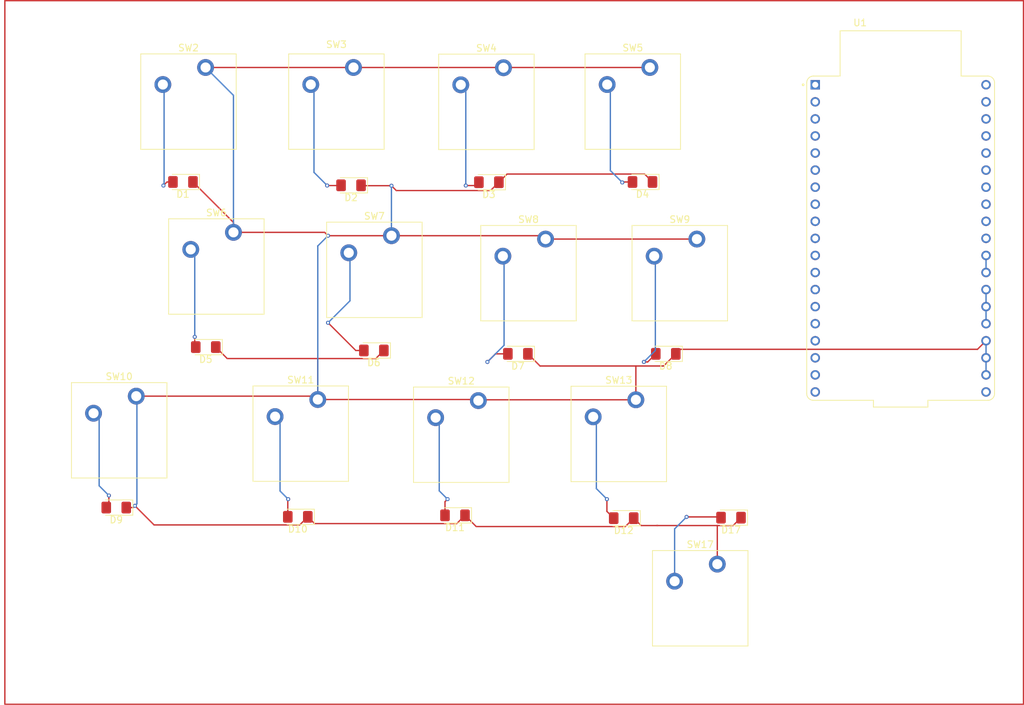
<source format=kicad_pcb>
(kicad_pcb (version 20241229) (generator "pcbnew") (generator_version "9.0")
  (layers (0 "F.Cu" signal) (2 "B.Cu" signal) (13 "F.Paste" user) (15 "B.Paste" user) (5 "F.SilkS" user "F.Silkscreen") (7 "B.SilkS" user "B.Silkscreen") (1 "F.Mask" user) (3 "B.Mask" user) (25 "Edge.Cuts" user))
  (net 0 "")
  (net 1 "Net-(D1-A)")
  (net 2 "m1")
  (net 3 "Net-(D2-A)")
  (net 4 "Net-(D3-A)")
  (net 5 "Net-(D4-A)")
  (net 6 "Net-(D5-A)")
  (net 7 "Net-(D6-A)")
  (net 8 "Net-(D7-A)")
  (net 9 "Net-(D8-A)")
  (net 10 "Net-(D9-A)")
  (net 11 "Net-(D10-A)")
  (net 12 "Net-(D11-A)")
  (net 13 "Net-(D12-A)")
  (net 14 "Net-(D17-A)")
  (net 43 "+5V")
  (net 44 "GND")
  (footprint "PCM_Switch_Keyboard_Cherry_MX:SW_Cherry_MX_PCB_1.00u" (layer "F.Cu") (at 88.5 96.96)
    (property "Reference" "SW11" (at 0 -8 0) (layer "F.SilkS"))
    (property "Value" "SW_Push")
    (fp_line (start -7.1 -7.1) (end -7.1 7.1) (stroke (width 0.12)) (layer "F.SilkS"))
    (fp_line (start -7.1 7.1) (end 7.1 7.1) (stroke (width 0.12)) (layer "F.SilkS"))
    (fp_line (start 7.1 -7.1) (end -7.1 -7.1) (stroke (width 0.12)) (layer "F.SilkS"))
    (fp_line (start 7.1 7.1) (end 7.1 -7.1) (stroke (width 0.12)) (layer "F.SilkS"))
    (pad "" np_thru_hole circle (at -5.08 0) (size 1.75 1.75) (drill 1.75) (layers "*.Cu" "*.Mask"))
    (pad "" np_thru_hole circle (at 0 0) (size 4 4) (drill 4) (layers "*.Cu" "*.Mask"))
    (pad "" np_thru_hole circle (at 5.08 0) (size 1.75 1.75) (drill 1.75) (layers "*.Cu" "*.Mask"))
    (pad "1" thru_hole circle (at -3.81 -2.54) (size 2.5 2.5) (drill 1.5) (layers "*.Cu" "*.Mask") (net 11 "Net-(D10-A)"))
    (pad "2" thru_hole circle (at 2.54 -5.08) (size 2.5 2.5) (drill 1.5) (layers "*.Cu" "*.Mask") (net 2 "m1"))
  )
  (footprint "Diode_SMD:D_1206_3216Metric_Pad1.42x1.75mm_HandSolder" (layer "F.Cu") (at 74.38 84.08 180)
    (property "Reference" "D5" (at 0 -1.83 180) (layer "F.SilkS"))
    (property "Value" "1N4148WT")
    (fp_line (start 1.6 -1.135) (end -2.46 -1.135) (stroke (width 0.12)) (layer "F.SilkS"))
    (fp_line (start -2.46 1.135) (end 1.6 1.135) (stroke (width 0.12)) (layer "F.SilkS"))
    (fp_line (start -2.46 -1.135) (end -2.46 1.135) (stroke (width 0.12)) (layer "F.SilkS"))
    (pad "1" smd roundrect (at -1.4875 0 180) (size 1.425 1.75) (layers "F.Cu" "F.Mask" "F.Paste") (roundrect_rratio 0.175439) (net 2 "m1"))
    (pad "2" smd roundrect (at 1.4875 0 180) (size 1.425 1.75) (layers "F.Cu" "F.Mask" "F.Paste") (roundrect_rratio 0.175439) (net 6 "Net-(D5-A)"))
  )
  (footprint "Diode_SMD:D_1206_3216Metric_Pad1.42x1.75mm_HandSolder" (layer "F.Cu") (at 152.5 109.46 180)
    (property "Reference" "D17" (at 0 -1.83 180) (layer "F.SilkS"))
    (property "Value" "1N4148WT")
    (fp_line (start 1.6 -1.135) (end -2.46 -1.135) (stroke (width 0.12)) (layer "F.SilkS"))
    (fp_line (start -2.46 1.135) (end 1.6 1.135) (stroke (width 0.12)) (layer "F.SilkS"))
    (fp_line (start -2.46 -1.135) (end -2.46 1.135) (stroke (width 0.12)) (layer "F.SilkS"))
    (pad "1" smd roundrect (at -1.4875 0 180) (size 1.425 1.75) (layers "F.Cu" "F.Mask" "F.Paste") (roundrect_rratio 0.175439) (net 2 "m1"))
    (pad "2" smd roundrect (at 1.4875 0 180) (size 1.425 1.75) (layers "F.Cu" "F.Mask" "F.Paste") (roundrect_rratio 0.175439) (net 14 "Net-(D17-A)"))
  )
  (footprint "Diode_SMD:D_1206_3216Metric_Pad1.42x1.75mm_HandSolder" (layer "F.Cu") (at 139.3375 59.5 180)
    (property "Reference" "D4" (at 0 -1.83 180) (layer "F.SilkS"))
    (property "Value" "1N4148WT")
    (fp_line (start 1.6 -1.135) (end -2.46 -1.135) (stroke (width 0.12)) (layer "F.SilkS"))
    (fp_line (start -2.46 1.135) (end 1.6 1.135) (stroke (width 0.12)) (layer "F.SilkS"))
    (fp_line (start -2.46 -1.135) (end -2.46 1.135) (stroke (width 0.12)) (layer "F.SilkS"))
    (pad "1" smd roundrect (at -1.4875 0 180) (size 1.425 1.75) (layers "F.Cu" "F.Mask" "F.Paste") (roundrect_rratio 0.175439) (net 2 "m1"))
    (pad "2" smd roundrect (at 1.4875 0 180) (size 1.425 1.75) (layers "F.Cu" "F.Mask" "F.Paste") (roundrect_rratio 0.175439) (net 5 "Net-(D4-A)"))
  )
  (footprint "Diode_SMD:D_1206_3216Metric_Pad1.42x1.75mm_HandSolder" (layer "F.Cu") (at 136.54 109.54 180)
    (property "Reference" "D12" (at 0 -1.83 180) (layer "F.SilkS"))
    (property "Value" "1N4148WT")
    (fp_line (start 1.6 -1.135) (end -2.46 -1.135) (stroke (width 0.12)) (layer "F.SilkS"))
    (fp_line (start -2.46 1.135) (end 1.6 1.135) (stroke (width 0.12)) (layer "F.SilkS"))
    (fp_line (start -2.46 -1.135) (end -2.46 1.135) (stroke (width 0.12)) (layer "F.SilkS"))
    (pad "1" smd roundrect (at -1.4875 0 180) (size 1.425 1.75) (layers "F.Cu" "F.Mask" "F.Paste") (roundrect_rratio 0.175439) (net 2 "m1"))
    (pad "2" smd roundrect (at 1.4875 0 180) (size 1.425 1.75) (layers "F.Cu" "F.Mask" "F.Paste") (roundrect_rratio 0.175439) (net 13 "Net-(D12-A)"))
  )
  (footprint "PCM_Switch_Keyboard_Cherry_MX:SW_Cherry_MX_PCB_1.00u" (layer "F.Cu") (at 75.96 72.08)
    (property "Reference" "SW6" (at 0 -8 0) (layer "F.SilkS"))
    (property "Value" "SW_Push")
    (fp_line (start -7.1 -7.1) (end -7.1 7.1) (stroke (width 0.12)) (layer "F.SilkS"))
    (fp_line (start -7.1 7.1) (end 7.1 7.1) (stroke (width 0.12)) (layer "F.SilkS"))
    (fp_line (start 7.1 -7.1) (end -7.1 -7.1) (stroke (width 0.12)) (layer "F.SilkS"))
    (fp_line (start 7.1 7.1) (end 7.1 -7.1) (stroke (width 0.12)) (layer "F.SilkS"))
    (pad "" np_thru_hole circle (at -5.08 0) (size 1.75 1.75) (drill 1.75) (layers "*.Cu" "*.Mask"))
    (pad "" np_thru_hole circle (at 0 0) (size 4 4) (drill 4) (layers "*.Cu" "*.Mask"))
    (pad "" np_thru_hole circle (at 5.08 0) (size 1.75 1.75) (drill 1.75) (layers "*.Cu" "*.Mask"))
    (pad "1" thru_hole circle (at -3.81 -2.54) (size 2.5 2.5) (drill 1.5) (layers "*.Cu" "*.Mask") (net 6 "Net-(D5-A)"))
    (pad "2" thru_hole circle (at 2.54 -5.08) (size 2.5 2.5) (drill 1.5) (layers "*.Cu" "*.Mask") (net 2 "m1"))
  )
  (footprint "PCM_Switch_Keyboard_Cherry_MX:SW_Cherry_MX_PCB_1.00u" (layer "F.Cu") (at 144.88 73.08)
    (property "Reference" "SW9" (at 0 -8 0) (layer "F.SilkS"))
    (property "Value" "SW_Push")
    (fp_line (start -7.1 -7.1) (end -7.1 7.1) (stroke (width 0.12)) (layer "F.SilkS"))
    (fp_line (start -7.1 7.1) (end 7.1 7.1) (stroke (width 0.12)) (layer "F.SilkS"))
    (fp_line (start 7.1 -7.1) (end -7.1 -7.1) (stroke (width 0.12)) (layer "F.SilkS"))
    (fp_line (start 7.1 7.1) (end 7.1 -7.1) (stroke (width 0.12)) (layer "F.SilkS"))
    (pad "" np_thru_hole circle (at -5.08 0) (size 1.75 1.75) (drill 1.75) (layers "*.Cu" "*.Mask"))
    (pad "" np_thru_hole circle (at 0 0) (size 4 4) (drill 4) (layers "*.Cu" "*.Mask"))
    (pad "" np_thru_hole circle (at 5.08 0) (size 1.75 1.75) (drill 1.75) (layers "*.Cu" "*.Mask"))
    (pad "1" thru_hole circle (at -3.81 -2.54) (size 2.5 2.5) (drill 1.5) (layers "*.Cu" "*.Mask") (net 9 "Net-(D8-A)"))
    (pad "2" thru_hole circle (at 2.54 -5.08) (size 2.5 2.5) (drill 1.5) (layers "*.Cu" "*.Mask") (net 2 "m1"))
  )
  (footprint "PCM_Switch_Keyboard_Cherry_MX:SW_Cherry_MX_PCB_1.00u" (layer "F.Cu") (at 99.46 72.58)
    (property "Reference" "SW7" (at 0 -8 0) (layer "F.SilkS"))
    (property "Value" "SW_Push")
    (fp_line (start -7.1 -7.1) (end -7.1 7.1) (stroke (width 0.12)) (layer "F.SilkS"))
    (fp_line (start -7.1 7.1) (end 7.1 7.1) (stroke (width 0.12)) (layer "F.SilkS"))
    (fp_line (start 7.1 -7.1) (end -7.1 -7.1) (stroke (width 0.12)) (layer "F.SilkS"))
    (fp_line (start 7.1 7.1) (end 7.1 -7.1) (stroke (width 0.12)) (layer "F.SilkS"))
    (pad "" np_thru_hole circle (at -5.08 0) (size 1.75 1.75) (drill 1.75) (layers "*.Cu" "*.Mask"))
    (pad "" np_thru_hole circle (at 0 0) (size 4 4) (drill 4) (layers "*.Cu" "*.Mask"))
    (pad "" np_thru_hole circle (at 5.08 0) (size 1.75 1.75) (drill 1.75) (layers "*.Cu" "*.Mask"))
    (pad "1" thru_hole circle (at -3.81 -2.54) (size 2.5 2.5) (drill 1.5) (layers "*.Cu" "*.Mask") (net 7 "Net-(D6-A)"))
    (pad "2" thru_hole circle (at 2.54 -5.08) (size 2.5 2.5) (drill 1.5) (layers "*.Cu" "*.Mask") (net 2 "m1"))
  )
  (footprint "PCM_Switch_Keyboard_Cherry_MX:SW_Cherry_MX_PCB_1.00u" (layer "F.Cu") (at 137.89 47.54)
    (property "Reference" "SW5" (at 0 -8 0) (layer "F.SilkS"))
    (property "Value" "SW_Push")
    (fp_line (start -7.1 -7.1) (end -7.1 7.1) (stroke (width 0.12)) (layer "F.SilkS"))
    (fp_line (start -7.1 7.1) (end 7.1 7.1) (stroke (width 0.12)) (layer "F.SilkS"))
    (fp_line (start 7.1 -7.1) (end -7.1 -7.1) (stroke (width 0.12)) (layer "F.SilkS"))
    (fp_line (start 7.1 7.1) (end 7.1 -7.1) (stroke (width 0.12)) (layer "F.SilkS"))
    (pad "" np_thru_hole circle (at -5.08 0) (size 1.75 1.75) (drill 1.75) (layers "*.Cu" "*.Mask"))
    (pad "" np_thru_hole circle (at 0 0) (size 4 4) (drill 4) (layers "*.Cu" "*.Mask"))
    (pad "" np_thru_hole circle (at 5.08 0) (size 1.75 1.75) (drill 1.75) (layers "*.Cu" "*.Mask"))
    (pad "1" thru_hole circle (at -3.81 -2.54) (size 2.5 2.5) (drill 1.5) (layers "*.Cu" "*.Mask") (net 5 "Net-(D4-A)"))
    (pad "2" thru_hole circle (at 2.54 -5.08) (size 2.5 2.5) (drill 1.5) (layers "*.Cu" "*.Mask") (net 2 "m1"))
  )
  (footprint "Diode_SMD:D_1206_3216Metric_Pad1.42x1.75mm_HandSolder" (layer "F.Cu") (at 142.8 85.08 180)
    (property "Reference" "D8" (at 0 -1.83 180) (layer "F.SilkS"))
    (property "Value" "1N4148WT")
    (fp_line (start 1.6 -1.135) (end -2.46 -1.135) (stroke (width 0.12)) (layer "F.SilkS"))
    (fp_line (start -2.46 1.135) (end 1.6 1.135) (stroke (width 0.12)) (layer "F.SilkS"))
    (fp_line (start -2.46 -1.135) (end -2.46 1.135) (stroke (width 0.12)) (layer "F.SilkS"))
    (pad "1" smd roundrect (at -1.4875 0 180) (size 1.425 1.75) (layers "F.Cu" "F.Mask" "F.Paste") (roundrect_rratio 0.175439) (net 2 "m1"))
    (pad "2" smd roundrect (at 1.4875 0 180) (size 1.425 1.75) (layers "F.Cu" "F.Mask" "F.Paste") (roundrect_rratio 0.175439) (net 9 "Net-(D8-A)"))
  )
  (footprint "Diode_SMD:D_1206_3216Metric_Pad1.42x1.75mm_HandSolder" (layer "F.Cu") (at 95.9875 60 180)
    (property "Reference" "D2" (at 0 -1.83 180) (layer "F.SilkS"))
    (property "Value" "1N4148WT")
    (fp_line (start 1.6 -1.135) (end -2.46 -1.135) (stroke (width 0.12)) (layer "F.SilkS"))
    (fp_line (start -2.46 1.135) (end 1.6 1.135) (stroke (width 0.12)) (layer "F.SilkS"))
    (fp_line (start -2.46 -1.135) (end -2.46 1.135) (stroke (width 0.12)) (layer "F.SilkS"))
    (pad "1" smd roundrect (at -1.4875 0 180) (size 1.425 1.75) (layers "F.Cu" "F.Mask" "F.Paste") (roundrect_rratio 0.175439) (net 2 "m1"))
    (pad "2" smd roundrect (at 1.4875 0 180) (size 1.425 1.75) (layers "F.Cu" "F.Mask" "F.Paste") (roundrect_rratio 0.175439) (net 3 "Net-(D2-A)"))
  )
  (footprint "PCM_Switch_Keyboard_Cherry_MX:SW_Cherry_MX_PCB_1.00u" (layer "F.Cu") (at 116.12 47.58)
    (property "Reference" "SW4" (at 0 -8 0) (layer "F.SilkS"))
    (property "Value" "SW_Push")
    (fp_line (start -7.1 -7.1) (end -7.1 7.1) (stroke (width 0.12)) (layer "F.SilkS"))
    (fp_line (start -7.1 7.1) (end 7.1 7.1) (stroke (width 0.12)) (layer "F.SilkS"))
    (fp_line (start 7.1 -7.1) (end -7.1 -7.1) (stroke (width 0.12)) (layer "F.SilkS"))
    (fp_line (start 7.1 7.1) (end 7.1 -7.1) (stroke (width 0.12)) (layer "F.SilkS"))
    (pad "" np_thru_hole circle (at -5.08 0) (size 1.75 1.75) (drill 1.75) (layers "*.Cu" "*.Mask"))
    (pad "" np_thru_hole circle (at 0 0) (size 4 4) (drill 4) (layers "*.Cu" "*.Mask"))
    (pad "" np_thru_hole circle (at 5.08 0) (size 1.75 1.75) (drill 1.75) (layers "*.Cu" "*.Mask"))
    (pad "1" thru_hole circle (at -3.81 -2.54) (size 2.5 2.5) (drill 1.5) (layers "*.Cu" "*.Mask") (net 4 "Net-(D3-A)"))
    (pad "2" thru_hole circle (at 2.54 -5.08) (size 2.5 2.5) (drill 1.5) (layers "*.Cu" "*.Mask") (net 2 "m1"))
  )
  (footprint "PCM_Switch_Keyboard_Cherry_MX:SW_Cherry_MX_PCB_2.00u" (layer "F.Cu") (at 147.92 121.46)
    (property "Reference" "SW17" (at 0 -8 0) (layer "F.SilkS"))
    (property "Value" "SW_Push")
    (fp_line (start -7.1 -7.1) (end -7.1 7.1) (stroke (width 0.12)) (layer "F.SilkS"))
    (fp_line (start -7.1 7.1) (end 7.1 7.1) (stroke (width 0.12)) (layer "F.SilkS"))
    (fp_line (start 7.1 -7.1) (end -7.1 -7.1) (stroke (width 0.12)) (layer "F.SilkS"))
    (fp_line (start 7.1 7.1) (end 7.1 -7.1) (stroke (width 0.12)) (layer "F.SilkS"))
    (pad "" np_thru_hole circle (at -5.08 0) (size 1.75 1.75) (drill 1.75) (layers "*.Cu" "*.Mask"))
    (pad "" np_thru_hole circle (at 0 0) (size 4 4) (drill 4) (layers "*.Cu" "*.Mask"))
    (pad "" np_thru_hole circle (at 5.08 0) (size 1.75 1.75) (drill 1.75) (layers "*.Cu" "*.Mask"))
    (pad "1" thru_hole circle (at -3.81 -2.54) (size 2.5 2.5) (drill 1.5) (layers "*.Cu" "*.Mask") (net 14 "Net-(D17-A)"))
    (pad "2" thru_hole circle (at 2.54 -5.08) (size 2.5 2.5) (drill 1.5) (layers "*.Cu" "*.Mask") (net 2 "m1"))
  )
  (footprint "PCM_Switch_Keyboard_Cherry_MX:SW_Cherry_MX_PCB_1.00u" (layer "F.Cu") (at 93.81 47.54)
    (property "Reference" "SW3" (at 0 -8.5 0) (layer "F.SilkS"))
    (property "Value" "SW_Push")
    (fp_line (start -7.1 -7.1) (end -7.1 7.1) (stroke (width 0.12)) (layer "F.SilkS"))
    (fp_line (start -7.1 7.1) (end 7.1 7.1) (stroke (width 0.12)) (layer "F.SilkS"))
    (fp_line (start 7.1 -7.1) (end -7.1 -7.1) (stroke (width 0.12)) (layer "F.SilkS"))
    (fp_line (start 7.1 7.1) (end 7.1 -7.1) (stroke (width 0.12)) (layer "F.SilkS"))
    (pad "" np_thru_hole circle (at -5.08 0) (size 1.75 1.75) (drill 1.75) (layers "*.Cu" "*.Mask"))
    (pad "" np_thru_hole circle (at 0 0) (size 4 4) (drill 4) (layers "*.Cu" "*.Mask"))
    (pad "" np_thru_hole circle (at 5.08 0) (size 1.75 1.75) (drill 1.75) (layers "*.Cu" "*.Mask"))
    (pad "1" thru_hole circle (at -3.81 -2.54) (size 2.5 2.5) (drill 1.5) (layers "*.Cu" "*.Mask") (net 3 "Net-(D2-A)"))
    (pad "2" thru_hole circle (at 2.54 -5.08) (size 2.5 2.5) (drill 1.5) (layers "*.Cu" "*.Mask") (net 2 "m1"))
  )
  (footprint "PCM_Switch_Keyboard_Cherry_MX:SW_Cherry_MX_PCB_1.00u" (layer "F.Cu") (at 122.38 73.08)
    (property "Reference" "SW8" (at 0 -8 0) (layer "F.SilkS"))
    (property "Value" "SW_Push")
    (fp_line (start -7.1 -7.1) (end -7.1 7.1) (stroke (width 0.12)) (layer "F.SilkS"))
    (fp_line (start -7.1 7.1) (end 7.1 7.1) (stroke (width 0.12)) (layer "F.SilkS"))
    (fp_line (start 7.1 -7.1) (end -7.1 -7.1) (stroke (width 0.12)) (layer "F.SilkS"))
    (fp_line (start 7.1 7.1) (end 7.1 -7.1) (stroke (width 0.12)) (layer "F.SilkS"))
    (pad "" np_thru_hole circle (at -5.08 0) (size 1.75 1.75) (drill 1.75) (layers "*.Cu" "*.Mask"))
    (pad "" np_thru_hole circle (at 0 0) (size 4 4) (drill 4) (layers "*.Cu" "*.Mask"))
    (pad "" np_thru_hole circle (at 5.08 0) (size 1.75 1.75) (drill 1.75) (layers "*.Cu" "*.Mask"))
    (pad "1" thru_hole circle (at -3.81 -2.54) (size 2.5 2.5) (drill 1.5) (layers "*.Cu" "*.Mask") (net 8 "Net-(D7-A)"))
    (pad "2" thru_hole circle (at 2.54 -5.08) (size 2.5 2.5) (drill 1.5) (layers "*.Cu" "*.Mask") (net 2 "m1"))
  )
  (footprint "PCM_Switch_Keyboard_Cherry_MX:SW_Cherry_MX_PCB_1.00u" (layer "F.Cu") (at 112.38 97.12)
    (property "Reference" "SW12" (at 0 -8 0) (layer "F.SilkS"))
    (property "Value" "SW_Push")
    (fp_line (start -7.1 -7.1) (end -7.1 7.1) (stroke (width 0.12)) (layer "F.SilkS"))
    (fp_line (start -7.1 7.1) (end 7.1 7.1) (stroke (width 0.12)) (layer "F.SilkS"))
    (fp_line (start 7.1 -7.1) (end -7.1 -7.1) (stroke (width 0.12)) (layer "F.SilkS"))
    (fp_line (start 7.1 7.1) (end 7.1 -7.1) (stroke (width 0.12)) (layer "F.SilkS"))
    (pad "" np_thru_hole circle (at -5.08 0) (size 1.75 1.75) (drill 1.75) (layers "*.Cu" "*.Mask"))
    (pad "" np_thru_hole circle (at 0 0) (size 4 4) (drill 4) (layers "*.Cu" "*.Mask"))
    (pad "" np_thru_hole circle (at 5.08 0) (size 1.75 1.75) (drill 1.75) (layers "*.Cu" "*.Mask"))
    (pad "1" thru_hole circle (at -3.81 -2.54) (size 2.5 2.5) (drill 1.5) (layers "*.Cu" "*.Mask") (net 12 "Net-(D11-A)"))
    (pad "2" thru_hole circle (at 2.54 -5.08) (size 2.5 2.5) (drill 1.5) (layers "*.Cu" "*.Mask") (net 2 "m1"))
  )
  (footprint "Diode_SMD:D_1206_3216Metric_Pad1.42x1.75mm_HandSolder" (layer "F.Cu") (at 116.4875 59.54 180)
    (property "Reference" "D3" (at 0 -1.83 180) (layer "F.SilkS"))
    (property "Value" "1N4148WT")
    (fp_line (start 1.6 -1.135) (end -2.46 -1.135) (stroke (width 0.12)) (layer "F.SilkS"))
    (fp_line (start -2.46 1.135) (end 1.6 1.135) (stroke (width 0.12)) (layer "F.SilkS"))
    (fp_line (start -2.46 -1.135) (end -2.46 1.135) (stroke (width 0.12)) (layer "F.SilkS"))
    (pad "1" smd roundrect (at -1.4875 0 180) (size 1.425 1.75) (layers "F.Cu" "F.Mask" "F.Paste") (roundrect_rratio 0.175439) (net 2 "m1"))
    (pad "2" smd roundrect (at 1.4875 0 180) (size 1.425 1.75) (layers "F.Cu" "F.Mask" "F.Paste") (roundrect_rratio 0.175439) (net 4 "Net-(D3-A)"))
  )
  (footprint "Diode_SMD:D_1206_3216Metric_Pad1.42x1.75mm_HandSolder" (layer "F.Cu") (at 88.0675 109.34 180)
    (property "Reference" "D10" (at 0 -1.83 180) (layer "F.SilkS"))
    (property "Value" "1N4148WT")
    (fp_line (start 1.6 -1.135) (end -2.46 -1.135) (stroke (width 0.12)) (layer "F.SilkS"))
    (fp_line (start -2.46 1.135) (end 1.6 1.135) (stroke (width 0.12)) (layer "F.SilkS"))
    (fp_line (start -2.46 -1.135) (end -2.46 1.135) (stroke (width 0.12)) (layer "F.SilkS"))
    (pad "1" smd roundrect (at -1.4875 0 180) (size 1.425 1.75) (layers "F.Cu" "F.Mask" "F.Paste") (roundrect_rratio 0.175439) (net 2 "m1"))
    (pad "2" smd roundrect (at 1.4875 0 180) (size 1.425 1.75) (layers "F.Cu" "F.Mask" "F.Paste") (roundrect_rratio 0.175439) (net 11 "Net-(D10-A)"))
  )
  (footprint "Diode_SMD:D_1206_3216Metric_Pad1.42x1.75mm_HandSolder" (layer "F.Cu") (at 70.9875 59.5 180)
    (property "Reference" "D1" (at 0 -1.83 180) (layer "F.SilkS"))
    (property "Value" "1N4148WT")
    (fp_line (start 1.6 -1.135) (end -2.46 -1.135) (stroke (width 0.12)) (layer "F.SilkS"))
    (fp_line (start -2.46 1.135) (end 1.6 1.135) (stroke (width 0.12)) (layer "F.SilkS"))
    (fp_line (start -2.46 -1.135) (end -2.46 1.135) (stroke (width 0.12)) (layer "F.SilkS"))
    (pad "1" smd roundrect (at -1.4875 0 180) (size 1.425 1.75) (layers "F.Cu" "F.Mask" "F.Paste") (roundrect_rratio 0.175439) (net 2 "m1"))
    (pad "2" smd roundrect (at 1.4875 0 180) (size 1.425 1.75) (layers "F.Cu" "F.Mask" "F.Paste") (roundrect_rratio 0.175439) (net 1 "Net-(D1-A)"))
  )
  (footprint "Diode_SMD:D_1206_3216Metric_Pad1.42x1.75mm_HandSolder" (layer "F.Cu") (at 111.4475 109.12 180)
    (property "Reference" "D11" (at 0 -1.83 180) (layer "F.SilkS"))
    (property "Value" "1N4148WT")
    (fp_line (start 1.6 -1.135) (end -2.46 -1.135) (stroke (width 0.12)) (layer "F.SilkS"))
    (fp_line (start -2.46 1.135) (end 1.6 1.135) (stroke (width 0.12)) (layer "F.SilkS"))
    (fp_line (start -2.46 -1.135) (end -2.46 1.135) (stroke (width 0.12)) (layer "F.SilkS"))
    (pad "1" smd roundrect (at -1.4875 0 180) (size 1.425 1.75) (layers "F.Cu" "F.Mask" "F.Paste") (roundrect_rratio 0.175439) (net 2 "m1"))
    (pad "2" smd roundrect (at 1.4875 0 180) (size 1.425 1.75) (layers "F.Cu" "F.Mask" "F.Paste") (roundrect_rratio 0.175439) (net 12 "Net-(D11-A)"))
  )
  (footprint "PCM_Switch_Keyboard_Cherry_MX:SW_Cherry_MX_PCB_1.50u" (layer "F.Cu") (at 61.5 96.46)
    (property "Reference" "SW10" (at 0 -8 0) (layer "F.SilkS"))
    (property "Value" "SW_Push")
    (fp_line (start -7.1 -7.1) (end -7.1 7.1) (stroke (width 0.12)) (layer "F.SilkS"))
    (fp_line (start -7.1 7.1) (end 7.1 7.1) (stroke (width 0.12)) (layer "F.SilkS"))
    (fp_line (start 7.1 -7.1) (end -7.1 -7.1) (stroke (width 0.12)) (layer "F.SilkS"))
    (fp_line (start 7.1 7.1) (end 7.1 -7.1) (stroke (width 0.12)) (layer "F.SilkS"))
    (pad "" np_thru_hole circle (at -5.08 0) (size 1.75 1.75) (drill 1.75) (layers "*.Cu" "*.Mask"))
    (pad "" np_thru_hole circle (at 0 0) (size 4 4) (drill 4) (layers "*.Cu" "*.Mask"))
    (pad "" np_thru_hole circle (at 5.08 0) (size 1.75 1.75) (drill 1.75) (layers "*.Cu" "*.Mask"))
    (pad "1" thru_hole circle (at -3.81 -2.54) (size 2.5 2.5) (drill 1.5) (layers "*.Cu" "*.Mask") (net 10 "Net-(D9-A)"))
    (pad "2" thru_hole circle (at 2.54 -5.08) (size 2.5 2.5) (drill 1.5) (layers "*.Cu" "*.Mask") (net 2 "m1"))
  )
  (footprint "ESP32-DEVKITC-32E:MODULE_ESP32-DEVKITC-32E" (layer "F.Cu") (at 177.7275 67.87)
    (property "Reference" "U1" (at -6.0325 -32.0675 0) (layer "F.SilkS"))
    (property "Value" "ESP32-DEVKITC-32E")
    (fp_line (start -13.97 23.13) (end -13.97 -23.13) (stroke (width 0.127)) (layer "F.SilkS"))
    (fp_line (start -12.97 -24.13) (end -9 -24.13) (stroke (width 0.127)) (layer "F.SilkS"))
    (fp_line (start -12.97 24.13) (end -4.05 24.13) (stroke (width 0.127)) (layer "F.SilkS"))
    (fp_line (start -9 -30.87) (end 9 -30.87) (stroke (width 0.127)) (layer "F.SilkS"))
    (fp_line (start -9 -24.13) (end -9 -30.87) (stroke (width 0.127)) (layer "F.SilkS"))
    (fp_line (start -4.05 24.13) (end -4.05 25.13) (stroke (width 0.127)) (layer "F.SilkS"))
    (fp_line (start -4.05 25.13) (end 4.05 25.13) (stroke (width 0.127)) (layer "F.SilkS"))
    (fp_line (start 4.05 24.13) (end 12.97 24.13) (stroke (width 0.127)) (layer "F.SilkS"))
    (fp_line (start 4.05 25.13) (end 4.05 24.13) (stroke (width 0.127)) (layer "F.SilkS"))
    (fp_line (start 9 -30.87) (end 9 -24.13) (stroke (width 0.127)) (layer "F.SilkS"))
    (fp_line (start 9 -24.13) (end 12.97 -24.13) (stroke (width 0.127)) (layer "F.SilkS"))
    (fp_line (start 13.97 23.13) (end 13.97 -23.13) (stroke (width 0.127)) (layer "F.SilkS"))
    (fp_arc (start -13.97 -23.13) (mid -13.677107 -23.837107) (end -12.97 -24.13) (stroke (width 0.127)) (layer "F.SilkS"))
    (fp_arc (start -12.97 24.13) (mid -13.677107 23.837107) (end -13.97 23.13) (stroke (width 0.127)) (layer "F.SilkS"))
    (fp_arc (start 12.97 -24.13) (mid 13.677107 -23.837107) (end 13.97 -23.13) (stroke (width 0.127)) (layer "F.SilkS"))
    (fp_arc (start 13.97 23.13) (mid 13.677107 23.837107) (end 12.97 24.13) (stroke (width 0.127)) (layer "F.SilkS"))
    (fp_circle (center -14.5 -22.835) (end -14.4 -22.835) (stroke (width 0.2)) (fill no) (layer "F.SilkS"))
    (pad "J2_1" thru_hole rect (at -12.7 -22.835) (size 1.408 1.408) (drill 0.9) (layers "*.Cu" "*.Mask"))
    (pad "J2_2" thru_hole circle (at -12.7 -20.295) (size 1.408 1.408) (drill 0.9) (layers "*.Cu" "*.Mask"))
    (pad "J2_3" thru_hole circle (at -12.7 -17.755) (size 1.408 1.408) (drill 0.9) (layers "*.Cu" "*.Mask"))
    (pad "J2_4" thru_hole circle (at -12.7 -15.215) (size 1.408 1.408) (drill 0.9) (layers "*.Cu" "*.Mask"))
    (pad "J2_5" thru_hole circle (at -12.7 -12.675) (size 1.408 1.408) (drill 0.9) (layers "*.Cu" "*.Mask"))
    (pad "J2_6" thru_hole circle (at -12.7 -10.135) (size 1.408 1.408) (drill 0.9) (layers "*.Cu" "*.Mask"))
    (pad "J2_7" thru_hole circle (at -12.7 -7.595) (size 1.408 1.408) (drill 0.9) (layers "*.Cu" "*.Mask"))
    (pad "J2_8" thru_hole circle (at -12.7 -5.055) (size 1.408 1.408) (drill 0.9) (layers "*.Cu" "*.Mask"))
    (pad "J2_9" thru_hole circle (at -12.7 -2.515) (size 1.408 1.408) (drill 0.9) (layers "*.Cu" "*.Mask"))
    (pad "J2_10" thru_hole circle (at -12.7 0.025) (size 1.408 1.408) (drill 0.9) (layers "*.Cu" "*.Mask"))
    (pad "J2_11" thru_hole circle (at -12.7 2.565) (size 1.408 1.408) (drill 0.9) (layers "*.Cu" "*.Mask"))
    (pad "J2_12" thru_hole circle (at -12.7 5.105) (size 1.408 1.408) (drill 0.9) (layers "*.Cu" "*.Mask"))
    (pad "J2_13" thru_hole circle (at -12.7 7.645) (size 1.408 1.408) (drill 0.9) (layers "*.Cu" "*.Mask"))
    (pad "J2_14" thru_hole circle (at -12.7 10.185) (size 1.408 1.408) (drill 0.9) (layers "*.Cu" "*.Mask"))
    (pad "J2_15" thru_hole circle (at -12.7 12.725) (size 1.408 1.408) (drill 0.9) (layers "*.Cu" "*.Mask"))
    (pad "J2_16" thru_hole circle (at -12.7 15.265) (size 1.408 1.408) (drill 0.9) (layers "*.Cu" "*.Mask"))
    (pad "J2_17" thru_hole circle (at -12.7 17.805) (size 1.408 1.408) (drill 0.9) (layers "*.Cu" "*.Mask"))
    (pad "J2_18" thru_hole circle (at -12.7 20.345) (size 1.408 1.408) (drill 0.9) (layers "*.Cu" "*.Mask"))
    (pad "J2_19" thru_hole circle (at -12.7 22.885) (size 1.408 1.408) (drill 0.9) (layers "*.Cu" "*.Mask") (net 43 "+5V"))
    (pad "J3_1" thru_hole circle (at 12.7 -22.835) (size 1.408 1.408) (drill 0.9) (layers "*.Cu" "*.Mask") (net 44 "GND"))
    (pad "J3_2" thru_hole circle (at 12.7 -20.295) (size 1.408 1.408) (drill 0.9) (layers "*.Cu" "*.Mask"))
    (pad "J3_3" thru_hole circle (at 12.7 -17.755) (size 1.408 1.408) (drill 0.9) (layers "*.Cu" "*.Mask"))
    (pad "J3_4" thru_hole circle (at 12.7 -15.215) (size 1.408 1.408) (drill 0.9) (layers "*.Cu" "*.Mask"))
    (pad "J3_5" thru_hole circle (at 12.7 -12.675) (size 1.408 1.408) (drill 0.9) (layers "*.Cu" "*.Mask"))
    (pad "J3_6" thru_hole circle (at 12.7 -10.135) (size 1.408 1.408) (drill 0.9) (layers "*.Cu" "*.Mask"))
    (pad "J3_7" thru_hole circle (at 12.7 -7.595) (size 1.408 1.408) (drill 0.9) (layers "*.Cu" "*.Mask"))
    (pad "J3_8" thru_hole circle (at 12.7 -5.055) (size 1.408 1.408) (drill 0.9) (layers "*.Cu" "*.Mask"))
    (pad "J3_9" thru_hole circle (at 12.7 -2.515) (size 1.408 1.408) (drill 0.9) (layers "*.Cu" "*.Mask"))
    (pad "J3_10" thru_hole circle (at 12.7 0.025) (size 1.408 1.408) (drill 0.9) (layers "*.Cu" "*.Mask"))
    (pad "J3_11" thru_hole circle (at 12.7 2.565) (size 1.408 1.408) (drill 0.9) (layers "*.Cu" "*.Mask") (net 2 "m1"))
    (pad "J3_12" thru_hole circle (at 12.7 5.105) (size 1.408 1.408) (drill 0.9) (layers "*.Cu" "*.Mask") (net 2 "m1"))
    (pad "J3_13" thru_hole circle (at 12.7 7.645) (size 1.408 1.408) (drill 0.9) (layers "*.Cu" "*.Mask") (net 2 "m1"))
    (pad "J3_14" thru_hole circle (at 12.7 10.185) (size 1.408 1.408) (drill 0.9) (layers "*.Cu" "*.Mask") (net 2 "m1"))
    (pad "J3_15" thru_hole circle (at 12.7 12.725) (size 1.408 1.408) (drill 0.9) (layers "*.Cu" "*.Mask") (net 2 "m1"))
    (pad "J3_16" thru_hole circle (at 12.7 15.265) (size 1.408 1.408) (drill 0.9) (layers "*.Cu" "*.Mask") (net 2 "m1"))
    (pad "J3_17" thru_hole circle (at 12.7 17.805) (size 1.408 1.408) (drill 0.9) (layers "*.Cu" "*.Mask") (net 2 "m1"))
    (pad "J3_18" thru_hole circle (at 12.7 20.345) (size 1.408 1.408) (drill 0.9) (layers "*.Cu" "*.Mask") (net 2 "m1"))
    (pad "J3_19" thru_hole circle (at 12.7 22.885) (size 1.408 1.408) (drill 0.9) (layers "*.Cu" "*.Mask"))
  )
  (footprint "PCM_Switch_Keyboard_Cherry_MX:SW_Cherry_MX_PCB_1.00u" (layer "F.Cu") (at 71.81 47.54)
    (property "Reference" "SW2" (at 0 -8 0) (layer "F.SilkS"))
    (property "Value" "SW_Push")
    (fp_line (start -7.1 -7.1) (end -7.1 7.1) (stroke (width 0.12)) (layer "F.SilkS"))
    (fp_line (start -7.1 7.1) (end 7.1 7.1) (stroke (width 0.12)) (layer "F.SilkS"))
    (fp_line (start 7.1 -7.1) (end -7.1 -7.1) (stroke (width 0.12)) (layer "F.SilkS"))
    (fp_line (start 7.1 7.1) (end 7.1 -7.1) (stroke (width 0.12)) (layer "F.SilkS"))
    (pad "" np_thru_hole circle (at -5.08 0) (size 1.75 1.75) (drill 1.75) (layers "*.Cu" "*.Mask"))
    (pad "" np_thru_hole circle (at 0 0) (size 4 4) (drill 4) (layers "*.Cu" "*.Mask"))
    (pad "" np_thru_hole circle (at 5.08 0) (size 1.75 1.75) (drill 1.75) (layers "*.Cu" "*.Mask"))
    (pad "1" thru_hole circle (at -3.81 -2.54) (size 2.5 2.5) (drill 1.5) (layers "*.Cu" "*.Mask") (net 1 "Net-(D1-A)"))
    (pad "2" thru_hole circle (at 2.54 -5.08) (size 2.5 2.5) (drill 1.5) (layers "*.Cu" "*.Mask") (net 2 "m1"))
  )
  (footprint "Diode_SMD:D_1206_3216Metric_Pad1.42x1.75mm_HandSolder" (layer "F.Cu") (at 120.8 85.08 180)
    (property "Reference" "D7" (at 0 -1.83 180) (layer "F.SilkS"))
    (property "Value" "1N4148WT")
    (fp_line (start 1.6 -1.135) (end -2.46 -1.135) (stroke (width 0.12)) (layer "F.SilkS"))
    (fp_line (start -2.46 1.135) (end 1.6 1.135) (stroke (width 0.12)) (layer "F.SilkS"))
    (fp_line (start -2.46 -1.135) (end -2.46 1.135) (stroke (width 0.12)) (layer "F.SilkS"))
    (pad "1" smd roundrect (at -1.4875 0 180) (size 1.425 1.75) (layers "F.Cu" "F.Mask" "F.Paste") (roundrect_rratio 0.175439) (net 2 "m1"))
    (pad "2" smd roundrect (at 1.4875 0 180) (size 1.425 1.75) (layers "F.Cu" "F.Mask" "F.Paste") (roundrect_rratio 0.175439) (net 8 "Net-(D7-A)"))
  )
  (footprint "Diode_SMD:D_1206_3216Metric_Pad1.42x1.75mm_HandSolder" (layer "F.Cu") (at 61.0675 107.96 180)
    (property "Reference" "D9" (at 0 -1.83 180) (layer "F.SilkS"))
    (property "Value" "1N4148WT")
    (fp_line (start 1.6 -1.135) (end -2.46 -1.135) (stroke (width 0.12)) (layer "F.SilkS"))
    (fp_line (start -2.46 1.135) (end 1.6 1.135) (stroke (width 0.12)) (layer "F.SilkS"))
    (fp_line (start -2.46 -1.135) (end -2.46 1.135) (stroke (width 0.12)) (layer "F.SilkS"))
    (pad "1" smd roundrect (at -1.4875 0 180) (size 1.425 1.75) (layers "F.Cu" "F.Mask" "F.Paste") (roundrect_rratio 0.175439) (net 2 "m1"))
    (pad "2" smd roundrect (at 1.4875 0 180) (size 1.425 1.75) (layers "F.Cu" "F.Mask" "F.Paste") (roundrect_rratio 0.175439) (net 10 "Net-(D9-A)"))
  )
  (footprint "PCM_Switch_Keyboard_Cherry_MX:SW_Cherry_MX_PCB_1.00u" (layer "F.Cu") (at 135.81 97)
    (property "Reference" "SW13" (at 0 -8 0) (layer "F.SilkS"))
    (property "Value" "SW_Push")
    (fp_line (start -7.1 -7.1) (end -7.1 7.1) (stroke (width 0.12)) (layer "F.SilkS"))
    (fp_line (start -7.1 7.1) (end 7.1 7.1) (stroke (width 0.12)) (layer "F.SilkS"))
    (fp_line (start 7.1 -7.1) (end -7.1 -7.1) (stroke (width 0.12)) (layer "F.SilkS"))
    (fp_line (start 7.1 7.1) (end 7.1 -7.1) (stroke (width 0.12)) (layer "F.SilkS"))
    (pad "" np_thru_hole circle (at -5.08 0) (size 1.75 1.75) (drill 1.75) (layers "*.Cu" "*.Mask"))
    (pad "" np_thru_hole circle (at 0 0) (size 4 4) (drill 4) (layers "*.Cu" "*.Mask"))
    (pad "" np_thru_hole circle (at 5.08 0) (size 1.75 1.75) (drill 1.75) (layers "*.Cu" "*.Mask"))
    (pad "1" thru_hole circle (at -3.81 -2.54) (size 2.5 2.5) (drill 1.5) (layers "*.Cu" "*.Mask") (net 13 "Net-(D12-A)"))
    (pad "2" thru_hole circle (at 2.54 -5.08) (size 2.5 2.5) (drill 1.5) (layers "*.Cu" "*.Mask") (net 2 "m1"))
  )
  (footprint "Diode_SMD:D_1206_3216Metric_Pad1.42x1.75mm_HandSolder" (layer "F.Cu") (at 99.38 84.58 180)
    (property "Reference" "D6" (at 0 -1.83 180) (layer "F.SilkS"))
    (property "Value" "1N4148WT")
    (fp_line (start 1.6 -1.135) (end -2.46 -1.135) (stroke (width 0.12)) (layer "F.SilkS"))
    (fp_line (start -2.46 1.135) (end 1.6 1.135) (stroke (width 0.12)) (layer "F.SilkS"))
    (fp_line (start -2.46 -1.135) (end -2.46 1.135) (stroke (width 0.12)) (layer "F.SilkS"))
    (pad "1" smd roundrect (at -1.4875 0 180) (size 1.425 1.75) (layers "F.Cu" "F.Mask" "F.Paste") (roundrect_rratio 0.175439) (net 2 "m1"))
    (pad "2" smd roundrect (at 1.4875 0 180) (size 1.425 1.75) (layers "F.Cu" "F.Mask" "F.Paste") (roundrect_rratio 0.175439) (net 7 "Net-(D6-A)"))
  )
  (gr_rect (start 44.5 32.51745) (end 196 137.240433) (stroke (width 0.2)) (fill no) (layer "F.Cu") (net 2))
  (segment (start 68.6142 59.5) (end 68.0827 60.0315) (width 0.2) (layer "F.Cu") (net 1))
  (segment (start 69.5 59.5) (end 68.6142 59.5) (width 0.2) (layer "F.Cu") (net 1))
  (via (at 68.0827 60.0315) (size 0.6) (drill 0.3) (layers "F.Cu" "B.Cu") (net 1))
  (segment (start 68 45) (end 68.1806 45.1806) (width 0.2) (layer "B.Cu") (net 1))
  (segment (start 68.1806 59.9336) (end 68.0827 60.0315) (width 0.2) (layer "B.Cu") (net 1))
  (segment (start 68.1806 45.1806) (end 68.1806 59.9336) (width 0.2) (layer "B.Cu") (net 1))
  (segment (start 147.42 68) (end 124.92 68) (width 0.2) (layer "F.Cu") (net 2))
  (segment (start 91.04 91.38) (end 91.04 85.7845) (width 0.2) (layer "F.Cu") (net 2))
  (segment (start 138.35 86.8889) (end 142.4786 86.8889) (width 0.2) (layer "F.Cu") (net 2))
  (segment (start 77.572 85.7845) (end 91.04 85.7845) (width 0.2) (layer "F.Cu") (net 2))
  (segment (start 144.2875 85.08) (end 144.9625 84.405) (width 0.2) (layer "F.Cu") (net 2))
  (segment (start 140.43 42.46) (end 118.7 42.46) (width 0.2) (layer "F.Cu") (net 2))
  (segment (start 78.5 67) (end 92.0626 67) (width 0.2) (layer "F.Cu") (net 2))
  (segment (start 90.5601 110.3451) (end 89.555 109.34) (width 0.2) (layer "F.Cu") (net 2))
  (segment (start 139.6455 58.3205) (end 119.1945 58.3205) (width 0.2) (layer "F.Cu") (net 2))
  (segment (start 150.46 116.38) (end 150.46 110.6377) (width 0.2) (layer "F.Cu") (net 2))
  (segment (start 138.0275 109.54) (end 136.7812 110.7863) (width 0.2) (layer "F.Cu") (net 2))
  (segment (start 91.04 91.63) (end 91.04 91.5887) (width 0.2) (layer "F.Cu") (net 2))
  (segment (start 118.62 42.46) (end 118.66 42.5) (width 0.2) (layer "F.Cu") (net 2))
  (segment (start 124.42 67.5) (end 124.92 68) (width 0.2) (layer "F.Cu") (net 2))
  (segment (start 92.0626 67) (end 92.5626 67.5) (width 0.2) (layer "F.Cu") (net 2))
  (segment (start 97.5323 60.0573) (end 97.475 60) (width 0.2) (layer "F.Cu") (net 2))
  (segment (start 91.04 91.88) (end 114.76 91.88) (width 0.2) (layer "F.Cu") (net 2))
  (segment (start 136.7812 110.7863) (end 114.6013 110.7863) (width 0.2) (layer "F.Cu") (net 2))
  (segment (start 141.5835 110.6377) (end 150.46 110.6377) (width 0.2) (layer "F.Cu") (net 2))
  (segment (start 189.1575 84.405) (end 190.4275 83.135) (width 0.2) (layer "F.Cu") (net 2))
  (segment (start 91.04 91.63) (end 91.04 91.88) (width 0.2) (layer "F.Cu") (net 2))
  (segment (start 99.663 85.7845) (end 100.8675 84.58) (width 0.2) (layer "F.Cu") (net 2))
  (segment (start 138.35 86.8889) (end 138.35 91.92) (width 0.2) (layer "F.Cu") (net 2))
  (segment (start 116.7392 60.7758) (end 102.7136 60.7758) (width 0.2) (layer "F.Cu") (net 2))
  (segment (start 139.1252 110.6377) (end 141.4349 110.6377) (width 0.2) (layer "F.Cu") (net 2))
  (segment (start 78.5 65.525) (end 78.5 67) (width 0.2) (layer "F.Cu") (net 2))
  (segment (start 138.35 91.92) (end 115.04 91.92) (width 0.2) (layer "F.Cu") (net 2))
  (segment (start 122.2875 85.08) (end 124.0964 86.8889) (width 0.2) (layer "F.Cu") (net 2))
  (segment (start 96.35 42.46) (end 118.62 42.46) (width 0.2) (layer "F.Cu") (net 2))
  (segment (start 91.04 85.7845) (end 99.663 85.7845) (width 0.2) (layer "F.Cu") (net 2))
  (segment (start 75.8675 84.08) (end 77.572 85.7845) (width 0.2) (layer "F.Cu") (net 2))
  (segment (start 72.475 59.5) (end 78.5 65.525) (width 0.2) (layer "F.Cu") (net 2))
  (segment (start 102 67.5) (end 124.42 67.5) (width 0.2) (layer "F.Cu") (net 2))
  (segment (start 114.76 91.88) (end 114.92 92.04) (width 0.2) (layer "F.Cu") (net 2))
  (segment (start 118.7 42.46) (end 118.66 42.5) (width 0.2) (layer "F.Cu") (net 2))
  (segment (start 142.4786 86.8889) (end 144.2875 85.08) (width 0.2) (layer "F.Cu") (net 2))
  (segment (start 141.4349 110.6377) (end 141.5422 110.6377) (width 0.2) (layer "F.Cu") (net 2))
  (segment (start 115.04 91.92) (end 114.92 92.04) (width 0.2) (layer "F.Cu") (net 2))
  (segment (start 88.3517 110.5433) (end 66.6866 110.5433) (width 0.2) (layer "F.Cu") (net 2))
  (segment (start 102.7136 60.7758) (end 101.9951 60.0573) (width 0.2) (layer "F.Cu") (net 2))
  (segment (start 138.0275 109.54) (end 139.1252 110.6377) (width 0.2) (layer "F.Cu") (net 2))
  (segment (start 150.46 110.6377) (end 152.8098 110.6377) (width 0.2) (layer "F.Cu") (net 2))
  (segment (start 63.5813 107.96) (end 63.8423 107.699) (width 0.2) (layer "F.Cu") (net 2))
  (segment (start 74.35 42.46) (end 96.35 42.46) (width 0.2) (layer "F.Cu") (net 2))
  (segment (start 64.04 91.38) (end 91.04 91.38) (width 0.2) (layer "F.Cu") (net 2))
  (segment (start 140.825 59.5) (end 139.6455 58.3205) (width 0.2) (layer "F.Cu") (net 2))
  (segment (start 152.8098 110.6377) (end 153.9875 109.46) (width 0.2) (layer "F.Cu") (net 2))
  (segment (start 144.9625 84.405) (end 189.1575 84.405) (width 0.2) (layer "F.Cu") (net 2))
  (segment (start 66.6866 110.5433) (end 63.8423 107.699) (width 0.2) (layer "F.Cu") (net 2))
  (segment (start 114.6013 110.7863) (end 112.935 109.12) (width 0.2) (layer "F.Cu") (net 2))
  (segment (start 91.04 91.5887) (end 91.04 91.38) (width 0.2) (layer "F.Cu") (net 2))
  (segment (start 62.555 107.96) (end 63.5813 107.96) (width 0.2) (layer "F.Cu") (net 2))
  (segment (start 89.555 109.34) (end 88.3517 110.5433) (width 0.2) (layer "F.Cu") (net 2))
  (segment (start 101.9951 60.0573) (end 97.5323 60.0573) (width 0.2) (layer "F.Cu") (net 2))
  (segment (start 124.0964 86.8889) (end 138.35 86.8889) (width 0.2) (layer "F.Cu") (net 2))
  (segment (start 112.935 109.12) (end 111.7099 110.3451) (width 0.2) (layer "F.Cu") (net 2))
  (segment (start 111.7099 110.3451) (end 90.5601 110.3451) (width 0.2) (layer "F.Cu") (net 2))
  (segment (start 119.1945 58.3205) (end 117.975 59.54) (width 0.2) (layer "F.Cu") (net 2))
  (segment (start 92.5626 67.5) (end 102 67.5) (width 0.2) (layer "F.Cu") (net 2))
  (segment (start 117.975 59.54) (end 116.7392 60.7758) (width 0.2) (layer "F.Cu") (net 2))
  (segment (start 141.5422 110.6377) (end 141.5835 110.6377) (width 0.2) (layer "F.Cu") (net 2))
  (via (at 92.5626 67.5) (size 0.6) (drill 0.3) (layers "F.Cu" "B.Cu") (net 2))
  (via (at 63.8423 107.699) (size 0.6) (drill 0.3) (layers "F.Cu" "B.Cu") (net 2))
  (via (at 101.9951 60.0573) (size 0.6) (drill 0.3) (layers "F.Cu" "B.Cu") (net 2))
  (segment (start 102 67.5) (end 101.9951 67.4951) (width 0.2) (layer "B.Cu") (net 2))
  (segment (start 101.9951 67.4951) (end 101.9951 60.0573) (width 0.2) (layer "B.Cu") (net 2))
  (segment (start 190.4275 83.135) (end 190.4275 85.675) (width 0.2) (layer "B.Cu") (net 2))
  (segment (start 92.5626 67.5) (end 91.04 69.0226) (width 0.2) (layer "B.Cu") (net 2))
  (segment (start 64.1394 107.4019) (end 63.8423 107.699) (width 0.2) (layer "B.Cu") (net 2))
  (segment (start 190.4275 88.215) (end 190.4275 85.675) (width 0.2) (layer "B.Cu") (net 2))
  (segment (start 74.35 42.46) (end 78.5 46.61) (width 0.2) (layer "B.Cu") (net 2))
  (segment (start 78.5 46.61) (end 78.5 67) (width 0.2) (layer "B.Cu") (net 2))
  (segment (start 64.1394 91.4794) (end 64.1394 107.4019) (width 0.2) (layer "B.Cu") (net 2))
  (segment (start 190.4275 78.055) (end 190.4275 80.595) (width 0.2) (layer "B.Cu") (net 2))
  (segment (start 64.04 91.38) (end 64.1394 91.4794) (width 0.2) (layer "B.Cu") (net 2))
  (segment (start 190.4275 70.435) (end 190.4275 72.975) (width 0.2) (layer "B.Cu") (net 2))
  (segment (start 91.04 69.0226) (end 91.04 91.88) (width 0.2) (layer "B.Cu") (net 2))
  (segment (start 190.4275 75.515) (end 190.4275 78.055) (width 0.2) (layer "B.Cu") (net 2))
  (segment (start 92.4339 60.0315) (end 94.4685 60.0315) (width 0.2) (layer "F.Cu") (net 3))
  (segment (start 94.4685 60.0315) (end 94.5 60) (width 0.2) (layer "F.Cu") (net 3))
  (via (at 92.4339 60.0315) (size 0.6) (drill 0.3) (layers "F.Cu" "B.Cu") (net 3))
  (segment (start 90.4746 45.4746) (end 90.4746 58.0722) (width 0.2) (layer "B.Cu") (net 3))
  (segment (start 90 45) (end 90.4746 45.4746) (width 0.2) (layer "B.Cu") (net 3))
  (segment (start 90.4746 58.0722) (end 92.4339 60.0315) (width 0.2) (layer "B.Cu") (net 3))
  (segment (start 114.5085 60.0315) (end 115 59.54) (width 0.2) (layer "F.Cu") (net 4))
  (segment (start 113.054 60.0315) (end 114.5085 60.0315) (width 0.2) (layer "F.Cu") (net 4))
  (via (at 113.054 60.0315) (size 0.6) (drill 0.3) (layers "F.Cu" "B.Cu") (net 4))
  (segment (start 113.054 45.784) (end 112.31 45.04) (width 0.2) (layer "B.Cu") (net 4))
  (segment (start 113.054 60.0315) (end 113.054 45.784) (width 0.2) (layer "B.Cu") (net 4))
  (segment (start 136.4053 59.5) (end 136.33 59.5753) (width 0.2) (layer "F.Cu") (net 5))
  (segment (start 137.85 59.5) (end 136.4053 59.5) (width 0.2) (layer "F.Cu") (net 5))
  (via (at 136.33 59.5753) (size 0.6) (drill 0.3) (layers "F.Cu" "B.Cu") (net 5))
  (segment (start 134.5546 45.4746) (end 134.5546 57.7999) (width 0.2) (layer "B.Cu") (net 5))
  (segment (start 134.08 45) (end 134.5546 45.4746) (width 0.2) (layer "B.Cu") (net 5))
  (segment (start 134.5546 57.7999) (end 136.33 59.5753) (width 0.2) (layer "B.Cu") (net 5))
  (segment (start 72.7417 83.9292) (end 72.7417 82.5576) (width 0.2) (layer "F.Cu") (net 6))
  (segment (start 72.8925 84.08) (end 72.7417 83.9292) (width 0.2) (layer "F.Cu") (net 6))
  (via (at 72.7417 82.5576) (size 0.6) (drill 0.3) (layers "F.Cu" "B.Cu") (net 6))
  (segment (start 72.15 69.54) (end 72.7417 70.1317) (width 0.2) (layer "B.Cu") (net 6))
  (segment (start 72.7417 70.1317) (end 72.7417 82.5576) (width 0.2) (layer "B.Cu") (net 6))
  (segment (start 97.8925 84.58) (end 96.69 84.58) (width 0.2) (layer "F.Cu") (net 7))
  (segment (start 96.69 84.58) (end 92.5626 80.4526) (width 0.2) (layer "F.Cu") (net 7))
  (via (at 92.5626 80.4526) (size 0.6) (drill 0.3) (layers "F.Cu" "B.Cu") (net 7))
  (segment (start 95.8279 77.1873) (end 92.5626 80.4526) (width 0.2) (layer "B.Cu") (net 7))
  (segment (start 95.8279 70.2179) (end 95.8279 77.1873) (width 0.2) (layer "B.Cu") (net 7))
  (segment (start 95.65 70.04) (end 95.8279 70.2179) (width 0.2) (layer "B.Cu") (net 7))
  (segment (start 117.4722 85.08) (end 116.265 86.2872) (width 0.2) (layer "F.Cu") (net 8))
  (segment (start 119.3125 85.08) (end 117.4722 85.08) (width 0.2) (layer "F.Cu") (net 8))
  (via (at 116.265 86.2872) (size 0.6) (drill 0.3) (layers "F.Cu" "B.Cu") (net 8))
  (segment (start 118.7453 70.7153) (end 118.7453 83.8069) (width 0.2) (layer "B.Cu") (net 8))
  (segment (start 118.7453 83.8069) (end 116.265 86.2872) (width 0.2) (layer "B.Cu") (net 8))
  (segment (start 118.57 70.54) (end 118.7453 70.7153) (width 0.2) (layer "B.Cu") (net 8))
  (segment (start 140.1053 86.2872) (end 141.3125 85.08) (width 0.2) (layer "F.Cu") (net 9))
  (segment (start 139.542 86.2872) (end 140.1053 86.2872) (width 0.2) (layer "F.Cu") (net 9))
  (via (at 139.542 86.2872) (size 0.6) (drill 0.3) (layers "F.Cu" "B.Cu") (net 9))
  (segment (start 139.542 86.2872) (end 141.2479 84.5813) (width 0.2) (layer "B.Cu") (net 9))
  (segment (start 141.2479 70.7179) (end 141.07 70.54) (width 0.2) (layer "B.Cu") (net 9))
  (segment (start 141.2479 84.5813) (end 141.2479 70.7179) (width 0.2) (layer "B.Cu") (net 9))
  (segment (start 59.9718 107.5682) (end 59.9718 106.167) (width 0.2) (layer "F.Cu") (net 10))
  (segment (start 59.58 107.96) (end 59.9718 107.5682) (width 0.2) (layer "F.Cu") (net 10))
  (via (at 59.9718 106.167) (size 0.6) (drill 0.3) (layers "F.Cu" "B.Cu") (net 10))
  (segment (start 58.5221 104.7173) (end 59.9718 106.167) (width 0.2) (layer "B.Cu") (net 10))
  (segment (start 58.5221 94.7521) (end 58.5221 104.7173) (width 0.2) (layer "B.Cu") (net 10))
  (segment (start 57.69 93.92) (end 58.5221 94.7521) (width 0.2) (layer "B.Cu") (net 10))
  (segment (start 86.637 106.708) (end 86.58 106.765) (width 0.2) (layer "F.Cu") (net 11))
  (segment (start 86.58 106.765) (end 86.58 109.34) (width 0.2) (layer "F.Cu") (net 11))
  (via (at 86.637 106.708) (size 0.6) (drill 0.3) (layers "F.Cu" "B.Cu") (net 11))
  (segment (start 84.69 94.42) (end 85.4276 95.1576) (width 0.2) (layer "B.Cu") (net 11))
  (segment (start 85.4276 95.1576) (end 85.4276 105.4986) (width 0.2) (layer "B.Cu") (net 11))
  (segment (start 85.4276 105.4986) (end 86.637 106.708) (width 0.2) (layer "B.Cu") (net 11))
  (segment (start 109.96 107.087) (end 110.339 106.708) (width 0.2) (layer "F.Cu") (net 12))
  (segment (start 109.96 109.12) (end 109.96 107.087) (width 0.2) (layer "F.Cu") (net 12))
  (via (at 110.339 106.708) (size 0.6) (drill 0.3) (layers "F.Cu" "B.Cu") (net 12))
  (segment (start 109.1035 95.1135) (end 109.1035 105.4725) (width 0.2) (layer "B.Cu") (net 12))
  (segment (start 109.1035 105.4725) (end 110.339 106.708) (width 0.2) (layer "B.Cu") (net 12))
  (segment (start 108.57 94.58) (end 109.1035 95.1135) (width 0.2) (layer "B.Cu") (net 12))
  (segment (start 134.042 108.5295) (end 134.042 106.708) (width 0.2) (layer "F.Cu") (net 13))
  (segment (start 135.0525 109.54) (end 134.042 108.5295) (width 0.2) (layer "F.Cu") (net 13))
  (via (at 134.042 106.708) (size 0.6) (drill 0.3) (layers "F.Cu" "B.Cu") (net 13))
  (segment (start 134.042 106.708) (end 132.4746 105.1406) (width 0.2) (layer "B.Cu") (net 13))
  (segment (start 132.4746 105.1406) (end 132.4746 94.9346) (width 0.2) (layer "B.Cu") (net 13))
  (segment (start 132.4746 94.9346) (end 132 94.46) (width 0.2) (layer "B.Cu") (net 13))
  (segment (start 145.893 109.352) (end 150.9045 109.352) (width 0.2) (layer "F.Cu") (net 14))
  (segment (start 150.9045 109.352) (end 151.0125 109.46) (width 0.2) (layer "F.Cu") (net 14))
  (via (at 145.893 109.352) (size 0.6) (drill 0.3) (layers "F.Cu" "B.Cu") (net 14))
  (segment (start 144.11 118.92) (end 144.11 111.135) (width 0.2) (layer "B.Cu") (net 14))
  (segment (start 144.11 111.135) (end 145.893 109.352) (width 0.2) (layer "B.Cu") (net 14))
)
</source>
